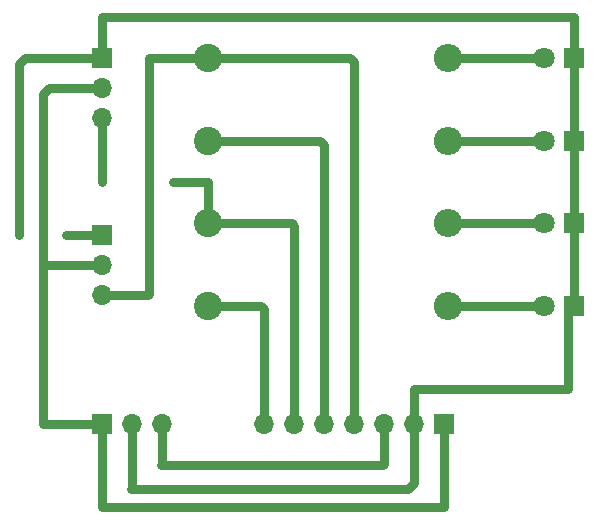
<source format=gbr>
G04 #@! TF.FileFunction,Copper,L2,Bot,Signal*
%FSLAX46Y46*%
G04 Gerber Fmt 4.6, Leading zero omitted, Abs format (unit mm)*
G04 Created by KiCad (PCBNEW 4.0.7) date Thu Feb 28 13:47:34 2019*
%MOMM*%
%LPD*%
G01*
G04 APERTURE LIST*
%ADD10C,0.100000*%
%ADD11R,1.800000X1.800000*%
%ADD12C,1.800000*%
%ADD13R,1.700000X1.700000*%
%ADD14O,1.700000X1.700000*%
%ADD15C,2.400000*%
%ADD16O,2.400000X2.400000*%
%ADD17C,0.600000*%
%ADD18C,0.800000*%
G04 APERTURE END LIST*
D10*
D11*
X278500000Y-19000000D03*
D12*
X275960000Y-19000000D03*
D11*
X278500000Y-26000000D03*
D12*
X275960000Y-26000000D03*
D11*
X278500000Y-33000000D03*
D12*
X275960000Y-33000000D03*
D11*
X278500000Y-40000000D03*
D12*
X275960000Y-40000000D03*
D13*
X267500000Y-50000000D03*
D14*
X264960000Y-50000000D03*
X262420000Y-50000000D03*
X259880000Y-50000000D03*
X257340000Y-50000000D03*
X254800000Y-50000000D03*
X252260000Y-50000000D03*
D13*
X238500000Y-50000000D03*
D14*
X241040000Y-50000000D03*
X243580000Y-50000000D03*
D13*
X238500000Y-34000000D03*
D14*
X238500000Y-36540000D03*
X238500000Y-39080000D03*
D13*
X238500000Y-19000000D03*
D14*
X238500000Y-21540000D03*
X238500000Y-24080000D03*
D15*
X247500000Y-19000000D03*
D16*
X267820000Y-19000000D03*
D15*
X247500000Y-26000000D03*
D16*
X267820000Y-26000000D03*
D15*
X247500000Y-33000000D03*
D16*
X267820000Y-33000000D03*
D15*
X247500000Y-40000000D03*
D16*
X267820000Y-40000000D03*
D17*
X231500000Y-34000000D03*
X238500000Y-29500000D03*
D18*
X232000000Y-19000000D02*
X231500000Y-19500000D01*
X231500000Y-19500000D02*
X231500000Y-34000000D01*
X232000000Y-19000000D02*
X238500000Y-19000000D01*
X238500000Y-19000000D02*
X238500000Y-15500000D01*
X238500000Y-15500000D02*
X278500000Y-15500000D01*
X278500000Y-15500000D02*
X278500000Y-19000000D01*
X238500000Y-34000000D02*
X235500000Y-34000000D01*
X264960000Y-50000000D02*
X264960000Y-54960000D01*
X241040000Y-55460000D02*
X241040000Y-50000000D01*
X241000000Y-55500000D02*
X241040000Y-55460000D01*
X264420000Y-55500000D02*
X241000000Y-55500000D01*
X264960000Y-54960000D02*
X264420000Y-55500000D01*
X278500000Y-19000000D02*
X278500000Y-26000000D01*
X278500000Y-26000000D02*
X278500000Y-33000000D01*
X278500000Y-33000000D02*
X278500000Y-40000000D01*
X278500000Y-40000000D02*
X278000000Y-40500000D01*
X278000000Y-40500000D02*
X278000000Y-47000000D01*
X278000000Y-47000000D02*
X265000000Y-47000000D01*
X265000000Y-47000000D02*
X264960000Y-47040000D01*
X264960000Y-47040000D02*
X264960000Y-50000000D01*
X267820000Y-19000000D02*
X275960000Y-19000000D01*
X267820000Y-26000000D02*
X275960000Y-26000000D01*
X267820000Y-33000000D02*
X275960000Y-33000000D01*
X267820000Y-40000000D02*
X275960000Y-40000000D01*
X233540000Y-36540000D02*
X233540000Y-22040000D01*
X234040000Y-21540000D02*
X238500000Y-21540000D01*
X233540000Y-22040000D02*
X234040000Y-21540000D01*
X238500000Y-50000000D02*
X233500000Y-50000000D01*
X233540000Y-36540000D02*
X238500000Y-36540000D01*
X233500000Y-36500000D02*
X233540000Y-36540000D01*
X233500000Y-50000000D02*
X233500000Y-36500000D01*
X267500000Y-50000000D02*
X267500000Y-57000000D01*
X238500000Y-57000000D02*
X238500000Y-50000000D01*
X267500000Y-57000000D02*
X238500000Y-57000000D01*
X262420000Y-50000000D02*
X262420000Y-53420000D01*
X243580000Y-53420000D02*
X243580000Y-50000000D01*
X243500000Y-53500000D02*
X243580000Y-53420000D01*
X262340000Y-53500000D02*
X243500000Y-53500000D01*
X262420000Y-53420000D02*
X262340000Y-53500000D01*
X238500000Y-39080000D02*
X242420000Y-39080000D01*
X242500000Y-19000000D02*
X247500000Y-19000000D01*
X242500000Y-39000000D02*
X242500000Y-19000000D01*
X242420000Y-39080000D02*
X242500000Y-39000000D01*
X259880000Y-50000000D02*
X259880000Y-19380000D01*
X259500000Y-19000000D02*
X247500000Y-19000000D01*
X259880000Y-19380000D02*
X259500000Y-19000000D01*
X257340000Y-50000000D02*
X257340000Y-26340000D01*
X257000000Y-26000000D02*
X247500000Y-26000000D01*
X257340000Y-26340000D02*
X257000000Y-26000000D01*
X238500000Y-29500000D02*
X238500000Y-24080000D01*
X247500000Y-33000000D02*
X247500000Y-29500000D01*
X247500000Y-29500000D02*
X244500000Y-29500000D01*
X254800000Y-50000000D02*
X254800000Y-33200000D01*
X254600000Y-33000000D02*
X247500000Y-33000000D01*
X254800000Y-33200000D02*
X254600000Y-33000000D01*
X252260000Y-50000000D02*
X252260000Y-40260000D01*
X252000000Y-40000000D02*
X247500000Y-40000000D01*
X252260000Y-40260000D02*
X252000000Y-40000000D01*
M02*

</source>
